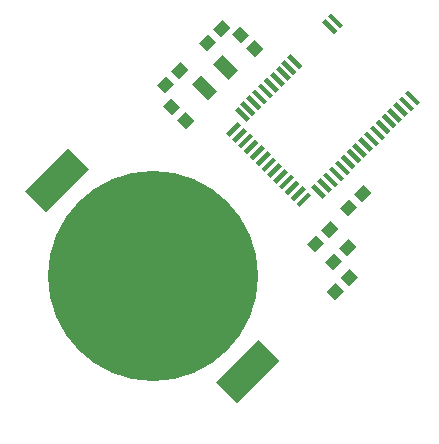
<source format=gtp>
G75*
%MOIN*%
%OFA0B0*%
%FSLAX25Y25*%
%IPPOS*%
%LPD*%
%AMOC8*
5,1,8,0,0,1.08239X$1,22.5*
%
%ADD10R,0.04331X0.03937*%
%ADD11R,0.04331X0.07480*%
%ADD12C,0.70079*%
%ADD13R,0.09843X0.20079*%
%ADD14R,0.05512X0.01575*%
D10*
G36*
X0077785Y0120396D02*
X0080846Y0117335D01*
X0078063Y0114552D01*
X0075002Y0117613D01*
X0077785Y0120396D01*
G37*
G36*
X0073053Y0125128D02*
X0076114Y0122067D01*
X0073331Y0119284D01*
X0070270Y0122345D01*
X0073053Y0125128D01*
G37*
G36*
X0068270Y0129335D02*
X0071331Y0132396D01*
X0074114Y0129613D01*
X0071053Y0126552D01*
X0068270Y0129335D01*
G37*
G36*
X0073002Y0134067D02*
X0076063Y0137128D01*
X0078846Y0134345D01*
X0075785Y0131284D01*
X0073002Y0134067D01*
G37*
G36*
X0088114Y0143613D02*
X0085053Y0140552D01*
X0082270Y0143335D01*
X0085331Y0146396D01*
X0088114Y0143613D01*
G37*
G36*
X0092846Y0148345D02*
X0089785Y0145284D01*
X0087002Y0148067D01*
X0090063Y0151128D01*
X0092846Y0148345D01*
G37*
G36*
X0096053Y0149128D02*
X0099114Y0146067D01*
X0096331Y0143284D01*
X0093270Y0146345D01*
X0096053Y0149128D01*
G37*
G36*
X0100785Y0144396D02*
X0103846Y0141335D01*
X0101063Y0138552D01*
X0098002Y0141613D01*
X0100785Y0144396D01*
G37*
G36*
X0139846Y0093345D02*
X0136785Y0090284D01*
X0134002Y0093067D01*
X0137063Y0096128D01*
X0139846Y0093345D01*
G37*
G36*
X0135114Y0088613D02*
X0132053Y0085552D01*
X0129270Y0088335D01*
X0132331Y0091396D01*
X0135114Y0088613D01*
G37*
G36*
X0128846Y0081345D02*
X0125785Y0078284D01*
X0123002Y0081067D01*
X0126063Y0084128D01*
X0128846Y0081345D01*
G37*
G36*
X0134846Y0075345D02*
X0131785Y0072284D01*
X0129002Y0075067D01*
X0132063Y0078128D01*
X0134846Y0075345D01*
G37*
G36*
X0130114Y0070613D02*
X0127053Y0067552D01*
X0124270Y0070335D01*
X0127331Y0073396D01*
X0130114Y0070613D01*
G37*
G36*
X0135346Y0065345D02*
X0132285Y0062284D01*
X0129502Y0065067D01*
X0132563Y0068128D01*
X0135346Y0065345D01*
G37*
G36*
X0130614Y0060613D02*
X0127553Y0057552D01*
X0124770Y0060335D01*
X0127831Y0063396D01*
X0130614Y0060613D01*
G37*
G36*
X0124114Y0076613D02*
X0121053Y0073552D01*
X0118270Y0076335D01*
X0121331Y0079396D01*
X0124114Y0076613D01*
G37*
D11*
G36*
X0079903Y0129473D02*
X0082965Y0132535D01*
X0088253Y0127247D01*
X0085191Y0124185D01*
X0079903Y0129473D01*
G37*
G36*
X0086863Y0136433D02*
X0089925Y0139495D01*
X0095213Y0134207D01*
X0092151Y0131145D01*
X0086863Y0136433D01*
G37*
D12*
X0066861Y0065694D03*
D13*
G36*
X0031368Y0086991D02*
X0024408Y0093951D01*
X0038604Y0108147D01*
X0045564Y0101187D01*
X0031368Y0086991D01*
G37*
G36*
X0095119Y0023240D02*
X0088159Y0030200D01*
X0102355Y0044396D01*
X0109315Y0037436D01*
X0095119Y0023240D01*
G37*
D14*
G36*
X0119814Y0092598D02*
X0115917Y0088701D01*
X0114804Y0089814D01*
X0118701Y0093711D01*
X0119814Y0092598D01*
G37*
G36*
X0123712Y0091485D02*
X0119815Y0095382D01*
X0120928Y0096495D01*
X0124825Y0092598D01*
X0123712Y0091485D01*
G37*
G36*
X0125660Y0093434D02*
X0121763Y0097331D01*
X0122876Y0098444D01*
X0126773Y0094547D01*
X0125660Y0093434D01*
G37*
G36*
X0127609Y0095383D02*
X0123712Y0099280D01*
X0124825Y0100393D01*
X0128722Y0096496D01*
X0127609Y0095383D01*
G37*
G36*
X0129558Y0097331D02*
X0125661Y0101228D01*
X0126774Y0102341D01*
X0130671Y0098444D01*
X0129558Y0097331D01*
G37*
G36*
X0131507Y0099280D02*
X0127610Y0103177D01*
X0128723Y0104290D01*
X0132620Y0100393D01*
X0131507Y0099280D01*
G37*
G36*
X0133455Y0101229D02*
X0129558Y0105126D01*
X0130671Y0106239D01*
X0134568Y0102342D01*
X0133455Y0101229D01*
G37*
G36*
X0135404Y0103178D02*
X0131507Y0107075D01*
X0132620Y0108188D01*
X0136517Y0104291D01*
X0135404Y0103178D01*
G37*
G36*
X0137353Y0105126D02*
X0133456Y0109023D01*
X0134569Y0110136D01*
X0138466Y0106239D01*
X0137353Y0105126D01*
G37*
G36*
X0139301Y0107075D02*
X0135404Y0110972D01*
X0136517Y0112085D01*
X0140414Y0108188D01*
X0139301Y0107075D01*
G37*
G36*
X0141250Y0109024D02*
X0137353Y0112921D01*
X0138466Y0114034D01*
X0142363Y0110137D01*
X0141250Y0109024D01*
G37*
G36*
X0143199Y0110973D02*
X0139302Y0114870D01*
X0140415Y0115983D01*
X0144312Y0112086D01*
X0143199Y0110973D01*
G37*
G36*
X0145148Y0112921D02*
X0141251Y0116818D01*
X0142364Y0117931D01*
X0146261Y0114034D01*
X0145148Y0112921D01*
G37*
G36*
X0147096Y0114870D02*
X0143199Y0118767D01*
X0144312Y0119880D01*
X0148209Y0115983D01*
X0147096Y0114870D01*
G37*
G36*
X0149045Y0116819D02*
X0145148Y0120716D01*
X0146261Y0121829D01*
X0150158Y0117932D01*
X0149045Y0116819D01*
G37*
G36*
X0150994Y0118767D02*
X0147097Y0122664D01*
X0148210Y0123777D01*
X0152107Y0119880D01*
X0150994Y0118767D01*
G37*
G36*
X0152943Y0120716D02*
X0149046Y0124613D01*
X0150159Y0125726D01*
X0154056Y0121829D01*
X0152943Y0120716D01*
G37*
G36*
X0154891Y0122665D02*
X0150994Y0126562D01*
X0152107Y0127675D01*
X0156004Y0123778D01*
X0154891Y0122665D01*
G37*
G36*
X0129280Y0148277D02*
X0125383Y0152174D01*
X0126496Y0153287D01*
X0130393Y0149390D01*
X0129280Y0148277D01*
G37*
G36*
X0127331Y0146328D02*
X0123434Y0150225D01*
X0124547Y0151338D01*
X0128444Y0147441D01*
X0127331Y0146328D01*
G37*
G36*
X0115638Y0134636D02*
X0111741Y0138533D01*
X0112854Y0139646D01*
X0116751Y0135749D01*
X0115638Y0134636D01*
G37*
G36*
X0113690Y0132687D02*
X0109793Y0136584D01*
X0110906Y0137697D01*
X0114803Y0133800D01*
X0113690Y0132687D01*
G37*
G36*
X0111741Y0130738D02*
X0107844Y0134635D01*
X0108957Y0135748D01*
X0112854Y0131851D01*
X0111741Y0130738D01*
G37*
G36*
X0109792Y0128789D02*
X0105895Y0132686D01*
X0107008Y0133799D01*
X0110905Y0129902D01*
X0109792Y0128789D01*
G37*
G36*
X0107844Y0126841D02*
X0103947Y0130738D01*
X0105060Y0131851D01*
X0108957Y0127954D01*
X0107844Y0126841D01*
G37*
G36*
X0105895Y0124892D02*
X0101998Y0128789D01*
X0103111Y0129902D01*
X0107008Y0126005D01*
X0105895Y0124892D01*
G37*
G36*
X0103946Y0122943D02*
X0100049Y0126840D01*
X0101162Y0127953D01*
X0105059Y0124056D01*
X0103946Y0122943D01*
G37*
G36*
X0101997Y0120994D02*
X0098100Y0124891D01*
X0099213Y0126004D01*
X0103110Y0122107D01*
X0101997Y0120994D01*
G37*
G36*
X0100049Y0119046D02*
X0096152Y0122943D01*
X0097265Y0124056D01*
X0101162Y0120159D01*
X0100049Y0119046D01*
G37*
G36*
X0098100Y0117097D02*
X0094203Y0120994D01*
X0095316Y0122107D01*
X0099213Y0118210D01*
X0098100Y0117097D01*
G37*
G36*
X0096429Y0115983D02*
X0092532Y0112086D01*
X0091419Y0113199D01*
X0095316Y0117096D01*
X0096429Y0115983D01*
G37*
G36*
X0098378Y0114034D02*
X0094481Y0110137D01*
X0093368Y0111250D01*
X0097265Y0115147D01*
X0098378Y0114034D01*
G37*
G36*
X0100327Y0112086D02*
X0096430Y0108189D01*
X0095317Y0109302D01*
X0099214Y0113199D01*
X0100327Y0112086D01*
G37*
G36*
X0102275Y0110137D02*
X0098378Y0106240D01*
X0097265Y0107353D01*
X0101162Y0111250D01*
X0102275Y0110137D01*
G37*
G36*
X0104224Y0108188D02*
X0100327Y0104291D01*
X0099214Y0105404D01*
X0103111Y0109301D01*
X0104224Y0108188D01*
G37*
G36*
X0106173Y0106239D02*
X0102276Y0102342D01*
X0101163Y0103455D01*
X0105060Y0107352D01*
X0106173Y0106239D01*
G37*
G36*
X0108121Y0104291D02*
X0104224Y0100394D01*
X0103111Y0101507D01*
X0107008Y0105404D01*
X0108121Y0104291D01*
G37*
G36*
X0110070Y0102342D02*
X0106173Y0098445D01*
X0105060Y0099558D01*
X0108957Y0103455D01*
X0110070Y0102342D01*
G37*
G36*
X0112019Y0100393D02*
X0108122Y0096496D01*
X0107009Y0097609D01*
X0110906Y0101506D01*
X0112019Y0100393D01*
G37*
G36*
X0113968Y0098445D02*
X0110071Y0094548D01*
X0108958Y0095661D01*
X0112855Y0099558D01*
X0113968Y0098445D01*
G37*
G36*
X0115916Y0096496D02*
X0112019Y0092599D01*
X0110906Y0093712D01*
X0114803Y0097609D01*
X0115916Y0096496D01*
G37*
G36*
X0117865Y0094547D02*
X0113968Y0090650D01*
X0112855Y0091763D01*
X0116752Y0095660D01*
X0117865Y0094547D01*
G37*
M02*

</source>
